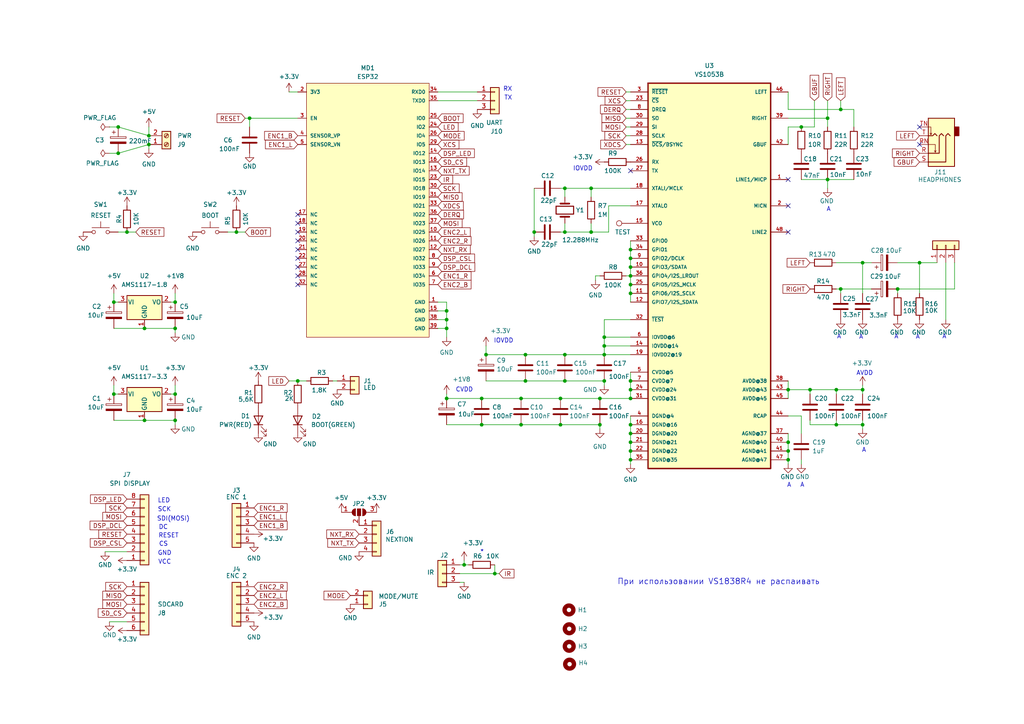
<source format=kicad_sch>
(kicad_sch (version 20231120) (generator "eeschema") (generator_version "8.0")
  (paper "A4")
  (title_block (title "WIFI ESP32-WROVER IE RADIO") (date "2024-05-09") (rev "2.6") (company "Vladislav Ledenev"))
  (junction (at 140.97 102.87))
  (junction (at 129.54 90.17))
  (junction (at 182.88 133.35))
  (junction (at 171.45 54.61))
  (junction (at 43.18 41.91))
  (junction (at 182.88 85.09))
  (junction (at 50.8 121.92))
  (junction (at 163.83 54.61))
  (junction (at 250.19 113.03))
  (junction (at 34.29 36.83))
  (junction (at 182.88 72.39))
  (junction (at 154.94 67.31))
  (junction (at 182.88 128.27))
  (junction (at 68.58 67.31))
  (junction (at 234.95 113.03))
  (junction (at 243.84 83.82))
  (junction (at 129.54 115.57))
  (junction (at 36.83 67.31))
  (junction (at 250.19 76.2))
  (junction (at 86.36 110.49))
  (junction (at 50.8 114.3))
  (junction (at 41.91 121.92))
  (junction (at 151.13 123.19))
  (junction (at 182.88 115.57))
  (junction (at 139.7 123.19))
  (junction (at 250.19 123.19))
  (junction (at 182.88 125.73))
  (junction (at 163.83 110.49))
  (junction (at 240.03 34.29))
  (junction (at 139.7 115.57))
  (junction (at 182.88 123.19))
  (junction (at 228.6 133.35))
  (junction (at 129.54 92.71))
  (junction (at 162.56 115.57))
  (junction (at 129.54 95.25))
  (junction (at 171.45 67.31))
  (junction (at 134.62 163.83))
  (junction (at 260.35 83.82))
  (junction (at 266.7 76.2))
  (junction (at 182.88 82.55))
  (junction (at 228.6 113.03))
  (junction (at 182.88 113.03))
  (junction (at 243.84 31.75))
  (junction (at 143.51 166.37))
  (junction (at 182.88 74.93))
  (junction (at 182.88 110.49))
  (junction (at 33.02 114.3))
  (junction (at 242.57 123.19))
  (junction (at 175.26 102.87))
  (junction (at 43.18 39.37))
  (junction (at 242.57 113.03))
  (junction (at 182.88 80.01))
  (junction (at 175.26 97.79))
  (junction (at 163.83 102.87))
  (junction (at 228.6 130.81))
  (junction (at 228.6 128.27))
  (junction (at 41.91 95.25))
  (junction (at 175.26 110.49))
  (junction (at 232.41 36.83))
  (junction (at 162.56 123.19))
  (junction (at 163.83 67.31))
  (junction (at 50.8 87.63))
  (junction (at 173.99 123.19))
  (junction (at 72.39 34.29))
  (junction (at 152.4 110.49))
  (junction (at 151.13 115.57))
  (junction (at 34.29 44.45))
  (junction (at 182.88 130.81))
  (junction (at 182.88 77.47))
  (junction (at 175.26 100.33))
  (junction (at 152.4 102.87))
  (junction (at 173.99 115.57))
  (junction (at 33.02 87.63))
  (junction (at 240.03 52.07))
  (junction (at 50.8 95.25))
  (no_connect (at 86.36 67.31))
  (no_connect (at 266.7 41.91))
  (no_connect (at 86.36 64.77))
  (no_connect (at 182.88 49.53))
  (no_connect (at 266.7 36.83))
  (no_connect (at 86.36 62.23))
  (no_connect (at 86.36 82.55))
  (no_connect (at 86.36 72.39))
  (no_connect (at 86.36 74.93))
  (no_connect (at 86.36 77.47))
  (no_connect (at 86.36 80.01))
  (no_connect (at 86.36 69.85))
  (no_connect (at 228.6 52.07))
  (no_connect (at 228.6 59.69))
  (no_connect (at 228.6 67.31))
  (wire (pts (xy 133.35 168.91) (xy 134.62 168.91)))
  (wire (pts (xy 127 26.67) (xy 138.43 26.67)))
  (wire (pts (xy 152.4 110.49) (xy 163.83 110.49)))
  (wire (pts (xy 140.97 102.87) (xy 152.4 102.87)))
  (wire (pts (xy 228.6 31.75) (xy 228.6 26.67)))
  (wire (pts (xy 182.88 110.49) (xy 182.88 113.03)))
  (wire (pts (xy 129.54 92.71) (xy 127 92.71)))
  (wire (pts (xy 162.56 115.57) (xy 173.99 115.57)))
  (wire (pts (xy 182.88 125.73) (xy 182.88 128.27)))
  (wire (pts (xy 66.04 67.31) (xy 68.58 67.31)))
  (wire (pts (xy 43.18 36.83) (xy 43.18 39.37)))
  (wire (pts (xy 181.61 26.67) (xy 182.88 26.67)))
  (wire (pts (xy 228.6 41.91) (xy 228.6 36.83)))
  (wire (pts (xy 96.52 110.49) (xy 97.79 110.49)))
  (wire (pts (xy 154.94 54.61) (xy 154.94 67.31)))
  (wire (pts (xy 182.88 123.19) (xy 182.88 125.73)))
  (wire (pts (xy 36.83 180.34) (xy 31.75 180.34)))
  (wire (pts (xy 181.61 31.75) (xy 182.88 31.75)))
  (wire (pts (xy 49.53 87.63) (xy 50.8 87.63)))
  (wire (pts (xy 140.97 100.33) (xy 140.97 102.87)))
  (wire (pts (xy 129.54 115.57) (xy 139.7 115.57)))
  (wire (pts (xy 228.6 113.03) (xy 234.95 113.03)))
  (wire (pts (xy 182.88 120.65) (xy 182.88 123.19)))
  (wire (pts (xy 181.61 39.37) (xy 182.88 39.37)))
  (wire (pts (xy 173.99 123.19) (xy 173.99 124.46)))
  (wire (pts (xy 182.88 82.55) (xy 182.88 80.01)))
  (wire (pts (xy 228.6 115.57) (xy 228.6 113.03)))
  (wire (pts (xy 175.26 97.79) (xy 182.88 97.79)))
  (wire (pts (xy 181.61 29.21) (xy 182.88 29.21)))
  (wire (pts (xy 181.61 34.29) (xy 182.88 34.29)))
  (wire (pts (xy 242.57 121.92) (xy 242.57 123.19)))
  (wire (pts (xy 250.19 113.03) (xy 250.19 114.3)))
  (wire (pts (xy 140.97 110.49) (xy 152.4 110.49)))
  (wire (pts (xy 182.88 87.63) (xy 182.88 85.09)))
  (wire (pts (xy 243.84 31.75) (xy 247.65 31.75)))
  (wire (pts (xy 139.7 123.19) (xy 151.13 123.19)))
  (wire (pts (xy 175.26 100.33) (xy 182.88 100.33)))
  (wire (pts (xy 228.6 113.03) (xy 228.6 110.49)))
  (wire (pts (xy 86.36 110.49) (xy 88.9 110.49)))
  (wire (pts (xy 50.8 121.92) (xy 50.8 123.19)))
  (wire (pts (xy 250.19 123.19) (xy 250.19 124.46)))
  (wire (pts (xy 129.54 114.3) (xy 129.54 115.57)))
  (wire (pts (xy 173.99 115.57) (xy 182.88 115.57)))
  (wire (pts (xy 240.03 52.07) (xy 240.03 54.61)))
  (wire (pts (xy 234.95 113.03) (xy 242.57 113.03)))
  (wire (pts (xy 228.6 130.81) (xy 228.6 133.35)))
  (wire (pts (xy 182.88 74.93) (xy 182.88 72.39)))
  (wire (pts (xy 250.19 76.2) (xy 252.73 76.2)))
  (wire (pts (xy 175.26 92.71) (xy 182.88 92.71)))
  (wire (pts (xy 274.32 92.71) (xy 274.32 76.2)))
  (wire (pts (xy 240.03 34.29) (xy 240.03 36.83)))
  (wire (pts (xy 163.83 110.49) (xy 175.26 110.49)))
  (wire (pts (xy 243.84 85.09) (xy 243.84 83.82)))
  (wire (pts (xy 181.61 80.01) (xy 182.88 80.01)))
  (wire (pts (xy 50.8 95.25) (xy 50.8 96.52)))
  (wire (pts (xy 34.29 36.83) (xy 43.18 39.37)))
  (wire (pts (xy 129.54 95.25) (xy 129.54 97.79)))
  (wire (pts (xy 232.41 133.35) (xy 232.41 134.62)))
  (wire (pts (xy 242.57 113.03) (xy 242.57 114.3)))
  (wire (pts (xy 151.13 123.19) (xy 162.56 123.19)))
  (wire (pts (xy 152.4 102.87) (xy 163.83 102.87)))
  (wire (pts (xy 31.75 36.83) (xy 34.29 36.83)))
  (wire (pts (xy 83.82 26.67) (xy 86.36 26.67)))
  (wire (pts (xy 41.91 121.92) (xy 50.8 121.92)))
  (wire (pts (xy 34.29 44.45) (xy 43.18 41.91)))
  (wire (pts (xy 252.73 83.82) (xy 243.84 83.82)))
  (wire (pts (xy 175.26 97.79) (xy 175.26 92.71)))
  (wire (pts (xy 31.75 44.45) (xy 34.29 44.45)))
  (wire (pts (xy 129.54 90.17) (xy 129.54 92.71)))
  (wire (pts (xy 176.53 59.69) (xy 182.88 59.69)))
  (wire (pts (xy 163.83 67.31) (xy 171.45 67.31)))
  (wire (pts (xy 182.88 77.47) (xy 182.88 74.93)))
  (wire (pts (xy 33.02 111.76) (xy 33.02 114.3)))
  (wire (pts (xy 236.22 29.21) (xy 236.22 36.83)))
  (wire (pts (xy 182.88 133.35) (xy 182.88 134.62)))
  (wire (pts (xy 182.88 69.85) (xy 182.88 72.39)))
  (wire (pts (xy 175.26 110.49) (xy 175.26 111.76)))
  (wire (pts (xy 276.86 76.2) (xy 276.86 83.82)))
  (wire (pts (xy 182.88 130.81) (xy 182.88 133.35)))
  (wire (pts (xy 234.95 121.92) (xy 234.95 123.19)))
  (wire (pts (xy 260.35 76.2) (xy 266.7 76.2)))
  (wire (pts (xy 162.56 123.19) (xy 173.99 123.19)))
  (wire (pts (xy 151.13 115.57) (xy 162.56 115.57)))
  (wire (pts (xy 242.57 113.03) (xy 250.19 113.03)))
  (wire (pts (xy 143.51 163.83) (xy 143.51 166.37)))
  (wire (pts (xy 228.6 34.29) (xy 240.03 34.29)))
  (wire (pts (xy 243.84 29.21) (xy 243.84 31.75)))
  (wire (pts (xy 234.95 113.03) (xy 234.95 114.3)))
  (wire (pts (xy 228.6 133.35) (xy 228.6 134.62)))
  (wire (pts (xy 127 90.17) (xy 129.54 90.17)))
  (wire (pts (xy 171.45 54.61) (xy 163.83 54.61)))
  (wire (pts (xy 175.26 102.87) (xy 182.88 102.87)))
  (wire (pts (xy 129.54 123.19) (xy 139.7 123.19)))
  (wire (pts (xy 127 87.63) (xy 129.54 87.63)))
  (wire (pts (xy 228.6 125.73) (xy 228.6 128.27)))
  (wire (pts (xy 33.02 95.25) (xy 41.91 95.25)))
  (wire (pts (xy 181.61 36.83) (xy 182.88 36.83)))
  (wire (pts (xy 41.91 95.25) (xy 50.8 95.25)))
  (wire (pts (xy 72.39 34.29) (xy 86.36 34.29)))
  (wire (pts (xy 228.6 31.75) (xy 243.84 31.75)))
  (wire (pts (xy 182.88 128.27) (xy 182.88 130.81)))
  (wire (pts (xy 129.54 95.25) (xy 127 95.25)))
  (wire (pts (xy 34.29 87.63) (xy 33.02 87.63)))
  (wire (pts (xy 171.45 54.61) (xy 171.45 57.15)))
  (wire (pts (xy 232.41 52.07) (xy 240.03 52.07)))
  (wire (pts (xy 250.19 111.76) (xy 250.19 113.03)))
  (wire (pts (xy 182.88 110.49) (xy 182.88 107.95)))
  (wire (pts (xy 163.83 54.61) (xy 162.56 54.61)))
  (wire (pts (xy 50.8 111.76) (xy 50.8 114.3)))
  (wire (pts (xy 242.57 83.82) (xy 243.84 83.82)))
  (wire (pts (xy 182.88 113.03) (xy 182.88 115.57)))
  (wire (pts (xy 172.72 80.01) (xy 173.99 80.01)))
  (wire (pts (xy 133.35 163.83) (xy 134.62 163.83)))
  (wire (pts (xy 49.53 114.3) (xy 50.8 114.3)))
  (wire (pts (xy 33.02 85.09) (xy 33.02 87.63)))
  (wire (pts (xy 260.35 85.09) (xy 260.35 83.82)))
  (wire (pts (xy 129.54 87.63) (xy 129.54 90.17)))
  (wire (pts (xy 72.39 36.83) (xy 72.39 34.29)))
  (wire (pts (xy 242.57 123.19) (xy 250.19 123.19)))
  (wire (pts (xy 34.29 114.3) (xy 33.02 114.3)))
  (wire (pts (xy 172.72 80.01) (xy 172.72 81.28)))
  (wire (pts (xy 171.45 67.31) (xy 176.53 67.31)))
  (wire (pts (xy 250.19 76.2) (xy 250.19 85.09)))
  (wire (pts (xy 232.41 120.65) (xy 232.41 125.73)))
  (wire (pts (xy 182.88 85.09) (xy 182.88 82.55)))
  (wire (pts (xy 162.56 67.31) (xy 163.83 67.31)))
  (wire (pts (xy 240.03 29.21) (xy 240.03 34.29)))
  (wire (pts (xy 234.95 123.19) (xy 242.57 123.19)))
  (wire (pts (xy 43.18 41.91) (xy 43.18 43.18)))
  (wire (pts (xy 163.83 64.77) (xy 163.83 67.31)))
  (wire (pts (xy 240.03 52.07) (xy 247.65 52.07)))
  (wire (pts (xy 129.54 92.71) (xy 129.54 95.25)))
  (wire (pts (xy 181.61 41.91) (xy 182.88 41.91)))
  (wire (pts (xy 135.89 163.83) (xy 134.62 163.83)))
  (wire (pts (xy 133.35 166.37) (xy 143.51 166.37)))
  (wire (pts (xy 39.37 67.31) (xy 36.83 67.31)))
  (wire (pts (xy 144.78 166.37) (xy 143.51 166.37)))
  (wire (pts (xy 36.83 160.02) (xy 30.48 160.02)))
  (wire (pts (xy 228.6 36.83) (xy 232.41 36.83)))
  (wire (pts (xy 163.83 102.87) (xy 175.26 102.87)))
  (wire (pts (xy 266.7 76.2) (xy 266.7 85.09)))
  (wire (pts (xy 71.12 67.31) (xy 68.58 67.31)))
  (wire (pts (xy 83.82 110.49) (xy 86.36 110.49)))
  (wire (pts (xy 250.19 121.92) (xy 250.19 123.19)))
  (wire (pts (xy 127 29.21) (xy 138.43 29.21)))
  (wire (pts (xy 242.57 76.2) (xy 250.19 76.2)))
  (wire (pts (xy 228.6 128.27) (xy 228.6 130.81)))
  (wire (pts (xy 163.83 54.61) (xy 163.83 57.15)))
  (wire (pts (xy 260.35 83.82) (xy 276.86 83.82)))
  (wire (pts (xy 182.88 80.01) (xy 182.88 77.47)))
  (wire (pts (xy 247.65 31.75) (xy 247.65 36.83)))
  (wire (pts (xy 139.7 115.57) (xy 151.13 115.57)))
  (wire (pts (xy 176.53 67.31) (xy 176.53 59.69)))
  (wire (pts (xy 171.45 64.77) (xy 171.45 67.31)))
  (wire (pts (xy 175.26 100.33) (xy 175.26 97.79)))
  (wire (pts (xy 36.83 67.31) (xy 34.29 67.31)))
  (wire (pts (xy 33.02 121.92) (xy 41.91 121.92)))
  (wire (pts (xy 154.94 67.31) (xy 154.94 68.58)))
  (wire (pts (xy 236.22 36.83) (xy 232.41 36.83)))
  (wire (pts (xy 266.7 76.2) (xy 271.78 76.2)))
  (wire (pts (xy 171.45 54.61) (xy 182.88 54.61)))
  (wire (pts (xy 134.62 162.56) (xy 134.62 163.83)))
  (wire (pts (xy 50.8 85.09) (xy 50.8 87.63)))
  (wire (pts (xy 175.26 102.87) (xy 175.26 100.33)))
  (wire (pts (xy 228.6 120.65) (xy 232.41 120.65)))
  (wire (pts (xy 71.12 34.29) (xy 72.39 34.29)))
  (text_box "При использовании VS1838R4 не распаивать" (at 177.8 166.37 0) (size 101.6 12.7) (stroke (width -0.0001)) (effects (font (size 1.651 1.651)) (justify left top)))
  (text "A" (at 259.334 98.4758 0) (effects (font (size 1.27 1.27)) (justify left bottom)))
  (text "GND" (at 45.72 161.2646 0) (effects (font (size 1.27 1.27)) (justify left bottom)))
  (text "AVDD" (at 248.3358 109.0676 0) (effects (font (size 1.27 1.27)) (justify left bottom)))
  (text "DC" (at 45.9994 153.7462 0) (effects (font (size 1.27 1.27)) (justify left bottom)))
  (text "A" (at 232.0544 141.5034 0) (effects (font (size 1.27 1.27)) (justify left bottom)))
  (text "SDI(MOSI)" (at 45.4914 151.3078 0) (effects (font (size 1.27 1.27)) (justify left bottom)))
  (text "A" (at 239.6998 61.5188 0) (effects (font (size 1.27 1.27)) (justify left bottom)))
  (text "A" (at 242.7224 98.4758 0) (effects (font (size 1.27 1.27)) (justify left bottom)))
  (text "*" (at 139.2428 160.9344 0) (effects (font (size 1.27 1.27)) (justify left bottom)))
  (text "A" (at 249.9614 131.3942 0) (effects (font (size 1.27 1.27)) (justify left bottom)))
  (text "RESET" (at 45.9232 156.1846 0) (effects (font (size 1.27 1.27)) (justify left bottom)))
  (text "A" (at 228.2444 141.5288 0) (effects (font (size 1.27 1.27)) (justify left bottom)))
  (text "TX" (at 148.59 29.21 0) (effects (font (size 1.27 1.27)) (justify right bottom)))
  (text "LED" (at 45.72 146.0246 0) (effects (font (size 1.27 1.27)) (justify left bottom)))
  (text "SCK" (at 45.72 148.59 0) (effects (font (size 1.27 1.27)) (justify left bottom)))
  (text "IOVDD" (at 143.1798 99.6696 0) (effects (font (size 1.27 1.27)) (justify left bottom)))
  (text "A" (at 265.557 98.552 0) (effects (font (size 1.27 1.27)) (justify left bottom)))
  (text "A" (at 249.1232 98.5774 0) (effects (font (size 1.27 1.27)) (justify left bottom)))
  (text "CVDD" (at 132.1308 113.8682 0) (effects (font (size 1.27 1.27)) (justify left bottom)))
  (text "A" (at 273.2532 98.4504 0) (effects (font (size 1.27 1.27)) (justify left bottom)))
  (text "CS" (at 46.0756 158.623 0) (effects (font (size 1.27 1.27)) (justify left bottom)))
  (text "RX\n" (at 148.59 26.67 0) (effects (font (size 1.27 1.27)) (justify right bottom)))
  (text "VCC" (at 45.847 163.83 0) (effects (font (size 1.27 1.27)) (justify left bottom)))
  (text "IOVDD" (at 166.1668 49.7332 0) (effects (font (size 1.27 1.27)) (justify left bottom)))
  (global_label "RESET" (shape input) (at 36.83 154.94 180) (property "Intersheetrefs" "${INTERSHEET_REFS}" (effects (hide yes))))
  (global_label "BOOT" (shape input) (at 127 34.29 0) (property "Intersheetrefs" "${INTERSHEET_REFS}" (effects (hide yes))))
  (global_label "BOOT" (shape input) (at 71.12 67.31 0) (property "Intersheetrefs" "${INTERSHEET_REFS}" (effects (hide yes))))
  (global_label "DSP_CSL" (shape input) (at 36.83 157.48 180) (property "Intersheetrefs" "${INTERSHEET_REFS}" (effects (hide yes))))
  (global_label "SCK" (shape input) (at 127 54.61 0) (property "Intersheetrefs" "${INTERSHEET_REFS}" (effects (hide yes))))
  (global_label "RIGHT" (shape input) (at 234.95 83.82 180) (property "Intersheetrefs" "${INTERSHEET_REFS}" (effects (hide yes))))
  (global_label "SD_CS" (shape input) (at 36.83 177.8 180) (property "Intersheetrefs" "${INTERSHEET_REFS}" (effects (hide yes))))
  (global_label "SD_CS" (shape input) (at 127 46.99 0) (property "Intersheetrefs" "${INTERSHEET_REFS}" (effects (hide yes))))
  (global_label "RESET" (shape input) (at 181.61 26.67 180) (property "Intersheetrefs" "${INTERSHEET_REFS}" (effects (hide yes))))
  (global_label "DERQ" (shape input) (at 127 62.23 0) (property "Intersheetrefs" "${INTERSHEET_REFS}" (effects (hide yes))))
  (global_label "MISO" (shape input) (at 36.83 172.72 180) (property "Intersheetrefs" "${INTERSHEET_REFS}" (effects (hide yes))))
  (global_label "ENC2_R" (shape input) (at 127 69.85 0) (property "Intersheetrefs" "${INTERSHEET_REFS}" (effects (hide yes))))
  (global_label "DERQ" (shape input) (at 181.61 31.75 180) (property "Intersheetrefs" "${INTERSHEET_REFS}" (effects (hide yes))))
  (global_label "LED" (shape input) (at 127 36.83 0) (property "Intersheetrefs" "${INTERSHEET_REFS}" (effects (hide yes))))
  (global_label "DSP_LED" (shape input) (at 36.83 144.78 180) (property "Intersheetrefs" "${INTERSHEET_REFS}" (effects (hide yes))))
  (global_label "DSP_LED" (shape input) (at 127 44.45 0) (property "Intersheetrefs" "${INTERSHEET_REFS}" (effects (hide yes))))
  (global_label "ENC1_R" (shape input) (at 127 80.01 0) (property "Intersheetrefs" "${INTERSHEET_REFS}" (effects (hide yes))))
  (global_label "ENC2_L" (shape input) (at 127 67.31 0) (property "Intersheetrefs" "${INTERSHEET_REFS}" (effects (hide yes))))
  (global_label "ENC1_L" (shape input) (at 73.66 149.86 0) (property "Intersheetrefs" "${INTERSHEET_REFS}" (effects (hide yes))))
  (global_label "NXT_RX" (shape input) (at 127 72.39 0) (property "Intersheetrefs" "${INTERSHEET_REFS}" (effects (hide yes))))
  (global_label "DSP_CSL" (shape input) (at 127 74.93 0) (property "Intersheetrefs" "${INTERSHEET_REFS}" (effects (hide yes))))
  (global_label "ENC2_L" (shape input) (at 73.66 172.72 0) (property "Intersheetrefs" "${INTERSHEET_REFS}" (effects (hide yes))))
  (global_label "MODE" (shape input) (at 101.6 172.72 180) (property "Intersheetrefs" "${INTERSHEET_REFS}" (effects (hide yes))))
  (global_label "DSP_DCL" (shape input) (at 36.83 152.4 180) (property "Intersheetrefs" "${INTERSHEET_REFS}" (effects (hide yes))))
  (global_label "RIGHT" (shape input) (at 266.7 44.45 180) (property "Intersheetrefs" "${INTERSHEET_REFS}" (effects (hide yes))))
  (global_label "NXT_RX" (shape input) (at 104.14 154.94 180) (property "Intersheetrefs" "${INTERSHEET_REFS}" (effects (hide yes))))
  (global_label "LEFT" (shape input) (at 243.84 29.21 90) (property "Intersheetrefs" "${INTERSHEET_REFS}" (effects (hide yes))))
  (global_label "MODE" (shape input) (at 127 39.37 0) (property "Intersheetrefs" "${INTERSHEET_REFS}" (effects (hide yes))))
  (global_label "RESET" (shape input) (at 71.12 34.29 180) (property "Intersheetrefs" "${INTERSHEET_REFS}" (effects (hide yes))))
  (global_label "NXT_TX" (shape input) (at 127 49.53 0) (property "Intersheetrefs" "${INTERSHEET_REFS}" (effects (hide yes))))
  (global_label "IR" (shape input) (at 127 52.07 0) (property "Intersheetrefs" "${INTERSHEET_REFS}" (effects (hide yes))))
  (global_label "RIGHT" (shape input) (at 240.03 29.21 90) (property "Intersheetrefs" "${INTERSHEET_REFS}" (effects (hide yes))))
  (global_label "SCK" (shape input) (at 36.83 170.18 180) (property "Intersheetrefs" "${INTERSHEET_REFS}" (effects (hide yes))))
  (global_label "MISO" (shape input) (at 127 57.15 0) (property "Intersheetrefs" "${INTERSHEET_REFS}" (effects (hide yes))))
  (global_label "MISO" (shape input) (at 181.61 34.29 180) (property "Intersheetrefs" "${INTERSHEET_REFS}" (effects (hide yes))))
  (global_label "MOSI" (shape input) (at 36.83 175.26 180) (property "Intersheetrefs" "${INTERSHEET_REFS}" (effects (hide yes))))
  (global_label "XCS" (shape input) (at 181.61 29.21 180) (property "Intersheetrefs" "${INTERSHEET_REFS}" (effects (hide yes))))
  (global_label "ENC2_R" (shape input) (at 73.66 170.18 0) (property "Intersheetrefs" "${INTERSHEET_REFS}" (effects (hide yes))))
  (global_label "DSP_DCL" (shape input) (at 127 77.47 0) (property "Intersheetrefs" "${INTERSHEET_REFS}" (effects (hide yes))))
  (global_label "ENC1_L" (shape input) (at 86.36 41.91 180) (property "Intersheetrefs" "${INTERSHEET_REFS}" (effects (hide yes))))
  (global_label "GBUF" (shape input) (at 236.22 29.21 90) (property "Intersheetrefs" "${INTERSHEET_REFS}" (effects (hide yes))))
  (global_label "ENC2_B" (shape input) (at 127 82.55 0) (property "Intersheetrefs" "${INTERSHEET_REFS}" (effects (hide yes))))
  (global_label "LEFT" (shape input) (at 266.7 39.37 180) (property "Intersheetrefs" "${INTERSHEET_REFS}" (effects (hide yes))))
  (global_label "SCK" (shape input) (at 181.61 39.37 180) (property "Intersheetrefs" "${INTERSHEET_REFS}" (effects (hide yes))))
  (global_label "ENC1_R" (shape input) (at 73.66 147.32 0) (property "Intersheetrefs" "${INTERSHEET_REFS}" (effects (hide yes))))
  (global_label "GBUF" (shape input) (at 266.7 46.99 180) (property "Intersheetrefs" "${INTERSHEET_REFS}" (effects (hide yes))))
  (global_label "MOSI" (shape input) (at 127 64.77 0) (property "Intersheetrefs" "${INTERSHEET_REFS}" (effects (hide yes))))
  (global_label "NXT_TX" (shape input) (at 104.14 157.48 180) (property "Intersheetrefs" "${INTERSHEET_REFS}" (effects (hide yes))))
  (global_label "IR" (shape input) (at 144.78 166.37 0) (property "Intersheetrefs" "${INTERSHEET_REFS}" (effects (hide yes))))
  (global_label "LEFT" (shape input) (at 234.95 76.2 180) (property "Intersheetrefs" "${INTERSHEET_REFS}" (effects (hide yes))))
  (global_label "ENC1_B" (shape input) (at 73.66 152.4 0) (property "Intersheetrefs" "${INTERSHEET_REFS}" (effects (hide yes))))
  (global_label "XDCS" (shape input) (at 181.61 41.91 180) (property "Intersheetrefs" "${INTERSHEET_REFS}" (effects (hide yes))))
  (global_label "XCS" (shape input) (at 127 41.91 0) (property "Intersheetrefs" "${INTERSHEET_REFS}" (effects (hide yes))))
  (global_label "LED" (shape input) (at 83.82 110.49 180) (property "Intersheetrefs" "${INTERSHEET_REFS}" (effects (hide yes))))
  (global_label "MOSI" (shape input) (at 36.83 149.86 180) (property "Intersheetrefs" "${INTERSHEET_REFS}" (effects (hide yes))))
  (global_label "ENC2_B" (shape input) (at 73.66 175.26 0) (property "Intersheetrefs" "${INTERSHEET_REFS}" (effects (hide yes))))
  (global_label "MOSI" (shape input) (at 181.61 36.83 180) (property "Intersheetrefs" "${INTERSHEET_REFS}" (effects (hide yes))))
  (global_label "SCK" (shape input) (at 36.83 147.32 180) (property "Intersheetrefs" "${INTERSHEET_REFS}" (effects (hide yes))))
  (global_label "RESET" (shape input) (at 39.37 67.31 0) (property "Intersheetrefs" "${INTERSHEET_REFS}" (effects (hide yes))))
  (global_label "XDCS" (shape input) (at 127 59.69 0) (property "Intersheetrefs" "${INTERSHEET_REFS}" (effects (hide yes))))
  (global_label "ENC1_B" (shape input) (at 86.36 39.37 180) (property "Intersheetrefs" "${INTERSHEET_REFS}" (effects (hide yes))))
  (symbol (lib_id "Device:C") (at 250.19 118.11 0) (unit 1)
    (property "Reference" "C24" (at 251.46 115.57 0) (effects (justify left)))
    (property "Value" "100nF" (at 251.46 120.65 0) (effects (justify left)))
    (property "Footprint" "Capacitor_SMD:C_0805_2012Metric" (effects (hide yes)))
    (property "LCSC" "C49678" (effects (hide yes)))
  )
  (symbol (lib_id "Device:C_Polarized") (at 50.8 91.44 0) (unit 1)
    (property "Reference" "C5" (at 52.07 88.9 0) (effects (justify left)))
    (property "Value" "10uF" (at 53.975 92.075 0) (effects (justify left)))
    (property "Footprint" "Capacitor_Tantalum_SMD:CP_EIA-3216-10_Kemet-I" (effects (hide yes)))
    (property "LCSC" "C7171" (effects (hide yes)))
  )
  (symbol (lib_id "Device:C") (at 162.56 119.38 0) (unit 1)
    (property "Reference" "C14" (at 165.1 118.11 0) (effects (justify left)))
    (property "Value" "100nF" (at 165.1 120.65 0) (effects (justify left)))
    (property "Footprint" "Capacitor_SMD:C_0805_2012Metric" (effects (hide yes)))
    (property "LCSC" "C49678" (effects (hide yes)))
  )
  (symbol (lib_id "Connector_Generic:Conn_01x03") (at 143.51 29.21 0) (unit 1) (in_bom no)
    (property "Reference" "J10" (at 142.24 38.1 0) (effects (justify left)))
    (property "Value" "UART" (at 140.97 35.56 0) (effects (justify left)))
    (property "Footprint" "Connector_PinHeader_2.54mm:PinHeader_1x03_P2.54mm_Horizontal" (effects (hide yes)))
  )
  (symbol (lib_id "Connector_Generic:Conn_01x02") (at 106.68 175.26 0) (mirror x) (unit 1) (in_bom no)
    (property "Reference" "J5" (at 109.855 175.26 0) (effects (justify left)))
    (property "Value" "MODE/MUTE" (at 109.8042 172.974 0) (effects (justify left)))
    (property "Footprint" "Connector_JST:JST_XH_B2B-XH-A_1x02_P2.50mm_Vertical" (effects (hide yes)))
  )
  (symbol (lib_id "Device:C_Polarized") (at 256.54 83.82 90) (unit 1)
    (property "Reference" "C29" (at 254.2794 80.1624 90))
    (property "Value" "10uF" (at 258.9784 80.1878 90))
    (property "Footprint" "Capacitor_Tantalum_SMD:CP_EIA-3216-10_Kemet-I" (effects (hide yes)))
  )
  (symbol (lib_id "VS1053B:VS1053B") (at 205.74 80.01 0) (unit 1)
    (property "Reference" "U3" (at 205.74 19.05 0))
    (property "Value" "VS1053B" (at 205.74 21.59 0))
    (property "Footprint" "Package_QFP:LQFP-48_7x7mm_P0.5mm" (effects (hide yes)))
    (property "LCSC" "C9922" (effects (hide yes)))
  )
  (symbol (lib_id "Device:R") (at 177.8 80.01 90) (unit 1)
    (property "Reference" "R8" (at 177.8 77.47 90))
    (property "Value" "100K" (at 177.8 82.677 90))
    (property "Footprint" "Resistor_SMD:R_0805_2012Metric" (effects (hide yes)))
    (property "LCSC" "C149504" (effects (hide yes)))
  )
  (symbol (lib_id "power:+5V") (at 99.06 148.59 0) (unit 1)
    (property "Reference" "#PWR016" (effects (hide yes)))
    (property "Value" "+5V" (at 98.9584 144.3736 0))
  )
  (symbol (lib_id "Connector_Generic:Conn_01x05") (at 68.58 175.26 0) (mirror y) (unit 1) (in_bom no)
    (property "Reference" "J4" (at 68.58 165.1 0))
    (property "Value" "ENC 2" (at 68.58 167.005 0))
    (property "Footprint" "Connector_JST:JST_XH_B5B-XH-A_1x05_P2.50mm_Vertical" (effects (hide yes)))
  )
  (symbol (lib_name "+3.3V_1") (lib_id "power:+3.3V") (at 175.26 46.99 90) (unit 1)
    (property "Reference" "#PWR039" (effects (hide yes)))
    (property "Value" "+3.3V" (at 166.0398 45.5168 90) (effects (justify right)))
  )
  (symbol (lib_id "Device:C") (at 232.41 129.54 0) (unit 1)
    (property "Reference" "C19" (at 235.585 128.27 0) (effects (justify left)))
    (property "Value" "1uF" (at 235.585 130.81 0) (effects (justify left)))
    (property "Footprint" "Capacitor_SMD:C_0805_2012Metric" (effects (hide yes)))
    (property "LCSC" "C28323" (effects (hide yes)))
  )
  (symbol (lib_id "Connector_Generic:Conn_01x05") (at 68.58 152.4 0) (mirror y) (unit 1) (in_bom no)
    (property "Reference" "J3" (at 68.58 142.24 0))
    (property "Value" "ENC 1" (at 68.58 144.145 0))
    (property "Footprint" "Connector_JST:JST_XH_B5B-XH-A_1x05_P2.50mm_Vertical" (effects (hide yes)))
  )
  (symbol (lib_id "Device:C") (at 158.75 67.31 270) (unit 1)
    (property "Reference" "C13" (at 158.2928 63.5762 90))
    (property "Value" "22pF" (at 159.385 70.8914 90))
    (property "Footprint" "Capacitor_SMD:C_0805_2012Metric" (effects (hide yes)))
    (property "LCSC" "C1804" (effects (hide yes)))
  )
  (symbol (lib_id "Switch:SW_Push") (at 60.96 67.31 0) (unit 1) (in_bom no)
    (property "Reference" "SW2" (at 60.96 59.309 0))
    (property "Value" "BOOT" (at 60.96 62.484 0))
    (property "Footprint" "Button_Switch_THT:SW_PUSH_6mm" (effects (hide yes)))
  )
  (symbol (lib_id "Device:C") (at 234.95 118.11 0) (unit 1)
    (property "Reference" "C20" (at 236.22 115.57 0) (effects (justify left)))
    (property "Value" "100nF" (at 236.22 120.65 0) (effects (justify left)))
    (property "Footprint" "Capacitor_SMD:C_0805_2012Metric" (effects (hide yes)))
    (property "LCSC" "C49678" (effects (hide yes)))
  )
  (symbol (lib_id "Regulator_Linear:AMS1117-3.3") (at 41.91 114.3 0) (unit 1)
    (property "Reference" "U1" (at 41.91 106.68 0))
    (property "Value" "AMS1117-3.3" (at 41.91 109.22 0))
    (property "Footprint" "Package_TO_SOT_SMD:SOT-223-3_TabPin2" (effects (hide yes)))
    (property "Datasheet" "http://www.advanced-monolithic.com/pdf/ds1117.pdf" (effects (hide yes)))
    (property "LCSC" "C6186" (effects (hide yes)))
  )
  (symbol (lib_name "GND_5") (lib_id "power:GND") (at 232.41 134.62 0) (unit 1)
    (property "Reference" "#PWR045" (effects (hide yes)))
    (property "Value" "GND" (at 232.7402 138.2776 0))
  )
  (symbol (lib_id "Connector_Generic:Conn_01x03") (at 128.27 166.37 0) (mirror y) (unit 1) (in_bom no)
    (property "Reference" "J2" (at 130.048 161.036 0) (effects (justify left)))
    (property "Value" "IR" (at 125.9586 166.0144 0) (effects (justify left)))
    (property "Footprint" "Connector_JST:JST_XH_B3B-XH-A_1x03_P2.50mm_Vertical" (effects (hide yes)))
  )
  (symbol (lib_id "Device:C_Polarized") (at 50.8 118.11 0) (unit 1)
    (property "Reference" "C4" (at 53.975 116.205 0) (effects (justify left)))
    (property "Value" "10uF" (at 53.975 118.745 0) (effects (justify left)))
    (property "Footprint" "Capacitor_Tantalum_SMD:CP_EIA-3216-10_Kemet-I" (effects (hide yes)))
    (property "LCSC" "C7171" (effects (hide yes)))
  )
  (symbol (lib_id "Device:C") (at 175.26 106.68 0) (unit 1)
    (property "Reference" "C17" (at 177.8 105.41 0) (effects (justify left)))
    (property "Value" "100nF" (at 176.53 109.22 0) (effects (justify left)))
    (property "Footprint" "Capacitor_SMD:C_0805_2012Metric" (effects (hide yes)))
    (property "LCSC" "C49678" (effects (hide yes)))
  )
  (symbol (lib_id "power:GND") (at 31.75 180.34 0) (unit 1)
    (property "Reference" "#PWR012" (effects (hide yes)))
    (property "Value" "GND" (at 31.75 184.15 0))
  )
  (symbol (lib_id "Device:C") (at 242.57 118.11 0) (unit 1)
    (property "Reference" "C22" (at 243.84 115.57 0) (effects (justify left)))
    (property "Value" "100nF" (at 243.84 120.65 0) (effects (justify left)))
    (property "Footprint" "Capacitor_SMD:C_0805_2012Metric" (effects (hide yes)))
    (property "LCSC" "C49678" (effects (hide yes)))
  )
  (symbol (lib_id "power:+3.3V") (at 73.66 154.94 270) (unit 1)
    (property "Reference" "#PWR018" (effects (hide yes)))
    (property "Value" "+3.3V" (at 76.2 156.21 90) (effects (justify left)))
  )
  (symbol (lib_id "Device:C") (at 240.03 48.26 0) (unit 1)
    (property "Reference" "C21" (at 240.538 46.101 0) (effects (justify left)))
    (property "Value" "10nF" (at 240.665 50.673 0) (effects (justify left)))
    (property "Footprint" "Capacitor_SMD:C_0805_2012Metric" (effects (hide yes)))
    (property "LCSC" "C1710" (effects (hide yes)))
  )
  (symbol (lib_name "GND_5") (lib_id "power:GND") (at 228.6 134.62 0) (unit 1)
    (property "Reference" "#PWR044" (effects (hide yes)))
    (property "Value" "GND" (at 228.3714 138.303 0))
  )
  (symbol (lib_id "Device:C") (at 151.13 119.38 0) (unit 1)
    (property "Reference" "C10" (at 153.67 118.11 0) (effects (justify left)))
    (property "Value" "100nF" (at 153.67 120.65 0) (effects (justify left)))
    (property "Footprint" "Capacitor_SMD:C_0805_2012Metric" (effects (hide yes)))
    (property "LCSC" "C49678" (effects (hide yes)))
  )
  (symbol (lib_id "Mechanical:MountingHole") (at 165.2016 192.6336 0) (unit 1) (in_bom no)
    (property "Reference" "H4" (at 167.767 192.278 0) (effects (justify left)))
    (property "Value" "MountingHole" (effects (hide yes)))
    (property "Footprint" "MountingHole:MountingHole_2.7mm_M2.5_Pad_Via" (effects (hide yes)))
  )
  (symbol (lib_name "GND_4") (lib_id "power:GND") (at 72.39 44.45 0) (unit 1)
    (property "Reference" "#PWR030" (effects (hide yes)))
    (property "Value" "GND" (at 72.39 48.26 0))
  )
  (symbol (lib_name "+3.3V_4") (lib_id "power:+3.3V") (at 36.83 59.69 0) (unit 1)
    (property "Reference" "#PWR06" (effects (hide yes)))
    (property "Value" "+3.3V" (at 36.83 55.88 0))
  )
  (symbol (lib_id "Device:R") (at 247.65 40.64 0) (unit 1)
    (property "Reference" "R12" (at 249.555 39.37 0) (effects (justify left)))
    (property "Value" "22R" (at 249.555 41.91 0) (effects (justify left)))
    (property "Footprint" "Resistor_SMD:R_0805_2012Metric" (effects (hide yes)))
    (property "LCSC" "C17544" (effects (hide yes)))
  )
  (symbol (lib_id "power:+3.3V") (at 74.93 110.49 0) (unit 1)
    (property "Reference" "#PWR01" (effects (hide yes)))
    (property "Value" "+3.3V" (at 74.93 106.68 0))
  )
  (symbol (lib_id "power:GND") (at 73.66 180.34 0) (unit 1)
    (property "Reference" "#PWR021" (effects (hide yes)))
    (property "Value" "GND" (at 73.66 184.785 0))
  )
  (symbol (lib_id "power:PWR_FLAG") (at 31.75 36.83 90) (unit 1)
    (property "Reference" "#FLG01" (effects (hide yes)))
    (property "Value" "PWR_FLAG" (at 33.782 34.163 90) (effects (justify left)))
  )
  (symbol (lib_id "Device:C_Polarized") (at 34.29 40.64 0) (unit 1)
    (property "Reference" "C3" (at 27.559 40.64 0) (effects (justify left)))
    (property "Value" "220mF" (at 37.338 40.894 0) (effects (justify left)))
    (property "Footprint" "Capacitor_SMD:CP_Elec_8x6.5" (effects (hide yes)))
    (property "LCSC" "C249498" (effects (hide yes)))
  )
  (symbol (lib_id "Device:C") (at 250.19 88.9 180) (unit 1)
    (property "Reference" "C27" (at 250.952 86.741 0) (effects (justify right)))
    (property "Value" "3.3nF" (at 252.095 91.44 0) (effects (justify right)))
    (property "Footprint" "Capacitor_SMD:C_0805_2012Metric" (effects (hide yes)))
    (property "LCSC" "C1738" (effects (hide yes)))
  )
  (symbol (lib_id "power:GND") (at 74.93 125.73 0) (unit 1)
    (property "Reference" "#PWR02" (effects (hide yes)))
    (property "Value" "GND" (at 78.359 128.778 0))
  )
  (symbol (lib_id "Device:R") (at 260.35 88.9 0) (unit 1)
    (property "Reference" "R15" (at 261.9756 88.138 0) (effects (justify left)))
    (property "Value" "10K" (at 261.8486 90.17 0) (effects (justify left)))
    (property "Footprint" "Resistor_SMD:R_0805_2012Metric" (effects (hide yes)))
    (property "LCSC" "C17414" (effects (hide yes)))
  )
  (symbol (lib_id "power:GND") (at 97.79 113.03 0) (unit 1)
    (property "Reference" "#PWR08" (effects (hide yes)))
    (property "Value" "GND" (at 97.79 116.967 0))
  )
  (symbol (lib_id "power:PWR_FLAG") (at 31.75 44.45 90) (unit 1)
    (property "Reference" "#FLG02" (effects (hide yes)))
    (property "Value" "PWR_FLAG" (at 34.544 47.371 90) (effects (justify left)))
  )
  (symbol (lib_id "Switch:SW_Push") (at 29.21 67.31 0) (unit 1) (in_bom no)
    (property "Reference" "SW1" (at 29.21 59.309 0))
    (property "Value" "RESET" (at 29.21 62.484 0))
    (property "Footprint" "Button_Switch_THT:SW_PUSH_6mm" (effects (hide yes)))
  )
  (symbol (lib_id "Device:LED") (at 86.36 121.92 90) (unit 1)
    (property "Reference" "D2" (at 90.424 120.777 90) (effects (justify right)))
    (property "Value" "BOOT(GREEN)" (at 90.17 123.19 90) (effects (justify right)))
    (property "Footprint" "LED_SMD:LED_0805_2012Metric" (effects (hide yes)))
    (property "LCSC" "C84260" (effects (hide yes)))
  )
  (symbol (lib_id "power:GND") (at 182.88 134.62 0) (unit 1)
    (property "Reference" "#PWR041" (effects (hide yes)))
    (property "Value" "GND" (at 182.88 139.065 0))
  )
  (symbol (lib_id "power:+3.3V") (at 50.8 111.76 0) (unit 1)
    (property "Reference" "#PWR026" (effects (hide yes)))
    (property "Value" "+3.3V" (at 50.8 106.68 0))
  )
  (symbol (lib_id "Connector_Audio:AudioJack3_SwitchTR") (at 271.78 44.45 180) (unit 1) (in_bom no)
    (property "Reference" "J11" (at 274.5486 49.911 0) (effects (justify left)))
    (property "Value" "HEADPHONES" (at 278.9174 52.0954 0) (effects (justify left)))
    (property "Footprint" "Connector_Audio:Jack_3.5mm_CUI_SJ1-3525N_Horizontal" (effects (hide yes)))
  )
  (symbol (lib_id "power:GND") (at 73.66 157.48 0) (unit 1)
    (property "Reference" "#PWR019" (effects (hide yes)))
    (property "Value" "GND" (at 73.66 161.925 0))
  )
  (symbol (lib_id "power:+3.3V") (at 250.19 111.76 0) (unit 1)
    (property "Reference" "#PWR048" (effects (hide yes)))
    (property "Value" "+3.3V" (at 249.9868 105.3338 0))
  )
  (symbol (lib_name "GND_2") (lib_id "power:GND") (at 30.48 160.02 0) (unit 1)
    (property "Reference" "#PWR011" (effects (hide yes)))
    (property "Value" "GND" (at 30.48 163.83 0))
  )
  (symbol (lib_id "power:+3.3V") (at 140.97 100.33 0) (unit 1)
    (property "Reference" "#PWR034" (effects (hide yes)))
    (property "Value" "+3.3V" (at 145.1356 95.9612 0))
  )
  (symbol (lib_id "Connector_Generic:Conn_01x03") (at 274.32 71.12 90) (unit 1) (in_bom no)
    (property "Reference" "J12" (effects (hide yes)))
    (property "Value" "J12" (effects (hide yes)))
    (property "Footprint" "Connector_JST:JST_XH_B3B-XH-A_1x03_P2.50mm_Vertical" (effects (hide yes)))
  )
  (symbol (lib_id "Device:C_Polarized") (at 33.02 91.44 0) (unit 1)
    (property "Reference" "C2" (at 26.67 88.9 0) (effects (justify left)))
    (property "Value" "10uF" (at 25.4 91.44 0) (effects (justify left)))
    (property "Footprint" "Capacitor_Tantalum_SMD:CP_EIA-3216-10_Kemet-I" (effects (hide yes)))
    (property "LCSC" "C7171" (effects (hide yes)))
  )
  (symbol (lib_id "Device:R") (at 68.58 63.5 0) (unit 1)
    (property "Reference" "R5" (at 66.04 64.008 90))
    (property "Value" "10K" (at 71.247 63.5 90))
    (property "Footprint" "Resistor_SMD:R_0805_2012Metric" (effects (hide yes)))
    (property "LCSC" "C17414" (effects (hide yes)))
  )
  (symbol (lib_name "+3.3V_5") (lib_id "power:+3.3V") (at 109.22 148.59 0) (unit 1)
    (property "Reference" "#PWR054" (effects (hide yes)))
    (property "Value" "+3.3V" (at 109.22 144.3736 0))
  )
  (symbol (lib_id "Device:R") (at 86.36 114.3 0) (unit 1)
    (property "Reference" "R2" (at 82.169 113.919 0) (effects (justify left)))
    (property "Value" "2K" (at 82.55 115.57 0) (effects (justify left)))
    (property "Footprint" "Resistor_SMD:R_0805_2012Metric" (effects (hide yes)))
    (property "LCSC" "C17513" (effects (hide yes)))
  )
  (symbol (lib_id "Mechanical:MountingHole") (at 165.1 187.452 0) (unit 1) (in_bom no)
    (property "Reference" "H3" (at 167.64 187.452 0) (effects (justify left)))
    (property "Value" "MountingHole" (effects (hide yes)))
    (property "Footprint" "MountingHole:MountingHole_2.7mm_M2.5_Pad_Via" (effects (hide yes)))
  )
  (symbol (lib_id "Device:R") (at 36.83 63.5 0) (unit 1)
    (property "Reference" "R4" (at 34.544 63.5 90))
    (property "Value" "10K" (at 39.497 63.5 90))
    (property "Footprint" "Resistor_SMD:R_0805_2012Metric" (effects (hide yes)))
    (property "LCSC" "C17414" (effects (hide yes)))
  )
  (symbol (lib_id "power:GND") (at 101.6 175.26 0) (unit 1)
    (property "Reference" "#PWR013" (effects (hide yes)))
    (property "Value" "GND" (at 101.6 179.197 0))
  )
  (symbol (lib_id "power:GND") (at 43.18 43.18 0) (unit 1)
    (property "Reference" "#PWR025" (effects (hide yes)))
    (property "Value" "GND" (at 43.18 47.625 0))
  )
  (symbol (lib_id "Connector_Generic:Conn_01x06") (at 41.91 175.26 0) (unit 1) (in_bom no)
    (property "Reference" "J8" (at 45.72 177.8 0) (effects (justify left)))
    (property "Value" "SDCARD" (at 45.72 175.26 0) (effects (justify left)))
    (property "Footprint" "Connector_JST:JST_XH_B6B-XH-A_1x06_P2.50mm_Vertical" (effects (hide yes)))
  )
  (symbol (lib_id "power:GND") (at 173.99 124.46 0) (unit 1)
    (property "Reference" "#PWR038" (effects (hide yes)))
    (property "Value" "GND" (at 173.99 129.54 0))
  )
  (symbol (lib_id "power:+1V8") (at 50.8 85.09 0) (unit 1)
    (property "Reference" "#PWR028" (effects (hide yes)))
    (property "Value" "+1V8" (at 50.8 80.01 0))
  )
  (symbol (lib_id "Device:R") (at 179.07 46.99 90) (unit 1)
    (property "Reference" "R9" (at 179.07 44.45 90) (effects (justify left)))
    (property "Value" "100K" (at 180.34 49.53 90) (effects (justify left)))
    (property "Footprint" "Resistor_SMD:R_0805_2012Metric" (effects (hide yes)))
    (property "LCSC" "C149504" (effects (hide yes)))
  )
  (symbol (lib_id "power:GND") (at 138.43 31.75 0) (unit 1)
    (property "Reference" "#PWR035" (effects (hide yes)))
    (property "Value" "GND" (at 138.43 36.449 0))
  )
  (symbol (lib_id "Device:C") (at 139.7 119.38 0) (unit 1)
    (property "Reference" "C8" (at 142.748 118.1099 0) (effects (justify left)))
    (property "Value" "100nF" (at 142.748 120.6499 0) (effects (justify left)))
    (property "Footprint" "Capacitor_SMD:C_0805_2012Metric" (effects (hide yes)))
    (property "LCSC" "C49678" (effects (hide yes)))
  )
  (symbol (lib_id "Connector_Generic:Conn_01x04") (at 109.22 154.94 0) (unit 1) (in_bom no)
    (property "Reference" "J6" (at 111.9124 154.2288 0) (effects (justify left)))
    (property "Value" "NEXTION" (at 111.76 156.464 0) (effects (justify left)))
    (property "Footprint" "Connector_JST:JST_XH_B4B-XH-A_1x04_P2.50mm_Vertical" (effects (hide yes)))
  )
  (symbol (lib_id "Device:R") (at 139.7 163.83 270) (unit 1)
    (property "Reference" "R6" (at 137.16 161.29 90) (effects (justify left)))
    (property "Value" "10K" (at 140.97 161.29 90) (effects (justify left)))
    (property "Footprint" "Resistor_SMD:R_0805_2012Metric" (effects (hide yes)))
    (property "LCSC" "C17414" (effects (hide yes)))
  )
  (symbol (lib_id "Device:R") (at 238.76 76.2 90) (unit 1)
    (property "Reference" "R13" (at 236.474 73.787 90))
    (property "Value" "470" (at 240.538 73.787 90))
    (property "Footprint" "Resistor_SMD:R_0805_2012Metric" (effects (hide yes)))
    (property "LCSC" "C17710" (effects (hide yes)))
  )
  (symbol (lib_id "power:GND") (at 104.14 160.02 0) (unit 1)
    (property "Reference" "#PWR017" (effects (hide yes)))
    (property "Value" "GND" (at 100.1776 161.8234 0))
  )
  (symbol (lib_id "Device:C") (at 247.65 48.26 0) (unit 1)
    (property "Reference" "C23" (at 248.158 46.101 0) (effects (justify left)))
    (property "Value" "10nF" (at 248.158 50.546 0) (effects (justify left)))
    (property "Footprint" "Capacitor_SMD:C_0805_2012Metric" (effects (hide yes)))
    (property "LCSC" "C1710" (effects (hide yes)))
  )
  (symbol (lib_id "power:GND") (at 154.94 68.58 0) (unit 1)
    (property "Reference" "#PWR036" (effects (hide yes)))
    (property "Value" "GND" (at 154.94 72.898 0))
  )
  (symbol (lib_id "Device:R") (at 232.41 40.64 0) (unit 1)
    (property "Reference" "R10" (at 234.315 39.37 0) (effects (justify left)))
    (property "Value" "10R" (at 234.315 41.91 0) (effects (justify left)))
    (property "Footprint" "Resistor_SMD:R_0805_2012Metric" (effects (hide yes)))
    (property "LCSC" "C17415" (effects (hide yes)))
  )
  (symbol (lib_id "Device:R") (at 266.7 88.9 0) (unit 1)
    (property "Reference" "R16" (at 268.1986 88.138 0) (effects (justify left)))
    (property "Value" "10K" (at 268.1986 90.043 0) (effects (justify left)))
    (property "Footprint" "Resistor_SMD:R_0805_2012Metric" (effects (hide yes)))
    (property "LCSC" "C17414" (effects (hide yes)))
  )
  (symbol (lib_id "Device:R") (at 240.03 40.64 0) (unit 1)
    (property "Reference" "R11" (at 241.935 39.37 0) (effects (justify left)))
    (property "Value" "22R" (at 241.935 41.91 0) (effects (justify left)))
    (property "Footprint" "Resistor_SMD:R_0805_2012Metric" (effects (hide yes)))
    (property "LCSC" "C17544" (effects (hide yes)))
  )
  (symbol (lib_id "Device:C") (at 72.39 40.64 0) (unit 1)
    (property "Reference" "C6" (at 64.77 40.64 0) (effects (justify left)))
    (property "Value" "100nF" (at 63.5 43.18 0) (effects (justify left)))
    (property "Footprint" "Capacitor_SMD:C_0805_2012Metric" (effects (hide yes)))
    (property "LCSC" "C49678" (effects (hide yes)))
  )
  (symbol (lib_id "Mechanical:MountingHole") (at 165.1 182.372 0) (unit 1) (in_bom no)
    (property "Reference" "H2" (at 167.64 182.372 0) (effects (justify left)))
    (property "Value" "MountingHole" (effects (hide yes)))
    (property "Footprint" "MountingHole:MountingHole_2.7mm_M2.5_Pad_Via" (effects (hide yes)))
  )
  (symbol (lib_id "power:+5V") (at 43.18 36.83 0) (unit 1)
    (property "Reference" "#PWR024" (effects (hide yes)))
    (property "Value" "+5V" (at 43.18 32.385 0))
  )
  (symbol (lib_id "Connector_Generic:Conn_01x02") (at 102.87 110.49 0) (unit 1) (in_bom no)
    (property "Reference" "J1" (at 105.41 110.49 0) (effects (justify left)))
    (property "Value" "LED" (at 105.41 112.395 0) (effects (justify left)))
    (property "Footprint" "Connector_JST:JST_XH_B2B-XH-A_1x02_P2.50mm_Vertical" (effects (hide yes)))
  )
  (symbol (lib_name "GND_5") (lib_id "power:GND") (at 250.19 92.71 0) (unit 1)
    (property "Reference" "#PWR047" (effects (hide yes)))
    (property "Value" "GND" (at 249.9614 96.393 0))
  )
  (symbol (lib_name "GND_5") (lib_id "power:GND") (at 260.35 92.71 0) (unit 1)
    (property "Reference" "#PWR050" (effects (hide yes)))
    (property "Value" "GND" (at 260.1214 96.393 0))
  )
  (symbol (lib_id "Device:C") (at 173.99 119.38 0) (unit 1)
    (property "Reference" "C16" (at 176.53 118.11 0) (effects (justify left)))
    (property "Value" "100nF" (at 176.53 120.65 0) (effects (justify left)))
    (property "Footprint" "Capacitor_SMD:C_0805_2012Metric" (effects (hide yes)))
    (property "LCSC" "C49678" (effects (hide yes)))
  )
  (symbol (lib_name "+3.3V_4") (lib_id "power:+3.3V") (at 68.58 59.69 0) (unit 1)
    (property "Reference" "#PWR07" (effects (hide yes)))
    (property "Value" "+3.3V" (at 68.58 55.88 0))
  )
  (symbol (lib_id "Device:R") (at 238.76 83.82 90) (unit 1)
    (property "Reference" "R14" (at 238.76 81.534 90))
    (property "Value" "470" (at 238.76 86.233 90))
    (property "Footprint" "Resistor_SMD:R_0805_2012Metric" (effects (hide yes)))
    (property "LCSC" "C17710" (effects (hide yes)))
  )
  (symbol (lib_id "Device:C_Polarized") (at 256.54 76.2 90) (unit 1)
    (property "Reference" "C28" (at 254.4572 72.644 90))
    (property "Value" "10uF" (at 259.2832 72.644 90))
    (property "Footprint" "Capacitor_Tantalum_SMD:CP_EIA-3216-10_Kemet-I" (effects (hide yes)))
  )
  (symbol (lib_name "GND_5") (lib_id "power:GND") (at 240.03 54.61 0) (unit 1)
    (property "Reference" "#PWR053" (effects (hide yes)))
    (property "Value" "GND" (at 239.8014 58.293 0))
  )
  (symbol (lib_id "Device:C") (at 163.83 106.68 0) (unit 1)
    (property "Reference" "C15" (at 166.37 105.41 0) (effects (justify left)))
    (property "Value" "100nF" (at 166.878 107.9499 0) (effects (justify left)))
    (property "Footprint" "Capacitor_SMD:C_0805_2012Metric" (effects (hide yes)))
    (property "LCSC" "C49678" (effects (hide yes)))
  )
  (symbol (lib_id "power:+3.3V") (at 36.83 182.88 90) (unit 1)
    (property "Reference" "#PWR023" (effects (hide yes)))
    (property "Value" "+3.3V" (at 36.83 185.42 90))
  )
  (symbol (lib_id "Device:R") (at 74.93 114.3 0) (unit 1)
    (property "Reference" "R1" (at 70.739 113.919 0) (effects (justify left)))
    (property "Value" "5,6K" (at 69.088 115.824 0) (effects (justify left)))
    (property "Footprint" "Resistor_SMD:R_0805_2012Metric" (effects (hide yes)))
    (property "LCSC" "C17398" (effects (hide yes)))
  )
  (symbol (lib_id "power:+3.3V") (at 73.66 177.8 270) (unit 1)
    (property "Reference" "#PWR020" (effects (hide yes)))
    (property "Value" "+3.3V" (at 76.2 179.07 90) (effects (justify left)))
  )
  (symbol (lib_id "Device:R") (at 92.71 110.49 90) (unit 1) (in_bom no)
    (property "Reference" "R3" (at 94.615 108.077 90) (effects (justify left)))
    (property "Value" "1,8K" (at 94.869 113.157 90) (effects (justify left)))
    (property "Footprint" "Resistor_SMD:R_0805_2012Metric" (effects (hide yes)))
    (property "LCSC" "C17398" (effects (hide yes)))
  )
  (symbol (lib_id "ESP32-WROVER-IE:ESP32-WROVER-IE") (at 83.82 26.67 0) (unit 1)
    (property "Reference" "MD1" (at 106.68 19.7104 0))
    (property "Value" "ESP32" (at 106.68 22.2504 0))
    (property "Footprint" "ESP32-WROVER-IE:ESP32-WROVER-IE" (effects (hide yes)))
    (property "Datasheet" "https://www.espressif.com/sites/default/files/documentation/esp32-wrover-e_esp32-wrover-ie_datasheet_en.pdf" (effects (hide yes)))
    (property "automotive" "No" (effects (hide yes)))
    (property "bandwidth" "72MHz" (effects (hide yes)))
    (property "category" "UNK" (effects (hide yes)))
    (property "data rate" "150Mbits/s" (effects (hide yes)))
    (property "device class L1" "Integrated Circuits (ICs)" (effects (hide yes)))
    (property "device class L2" "RF Semiconductors and Devices" (effects (hide yes)))
    (property "device class L3" "Transceivers" (effects (hide yes)))
    (property "digikey description" "RX TXRX MOD WIFI EXT IPEX SMD" (effects (hide yes)))
    (property "digikey part number" "1965-ESP32-WROVER-IE CT-ND" (effects (hide yes)))
    (property "height" "3.45mm" (effects (hide yes)))
    (property "interface" "I2C,SPI,UART,I2S,Other" (effects (hide yes)))
    (property "lead free" "Yes" (effects (hide yes)))
    (property "library id" "f8008056c751c9a4" (effects (hide yes)))
    (property "manufacturer" "Espressif Systems" (effects (hide yes)))
    (property "max frequency" "2484MHz" (effects (hide yes)))
    (property "max supply voltage" "3.6V" (effects (hide yes)))
    (property "min supply voltage" "3V" (effects (hide yes)))
    (property "mouser description" "Rx Txrx Mod Wifi Ext Ipex SMD" (effects (hide yes)))
    (property "nominal supply current" "500mA" (effects (hide yes)))
    (property "number of ADC channels" "16" (effects (hide yes)))
    (property "number of GPIO" "20" (effects (hide yes)))
    (property "package" "BLUETOOTH_MODULE" (effects (hide yes)))
    (property "rohs" "Yes" (effects (hide yes)))
    (property "sensitivity" "-93dBm" (effects (hide yes)))
    (property "temperature range high" "+85°C" (effects (hide yes)))
    (property "temperature range low" "-40°C" (effects (hide yes)))
    (property "Sim.Device" "SPICE" (effects (hide yes)))
    (property "Sim.Params" "type=\"X\" model=\"ESP32-WROVER-IE\" lib=\"\"" (effects (hide yes)))
    (property "Sim.Pins" "1=1 2=2 3=3 4=4 5=5 6=6 7=7 8=8 9=9 10=10 11=11 12=12 13=13 14=14 15=15 16=16 17=17 18=18 19=19 20=20 21=21 22=22 23=23 24=24 25=25 26=26 27=27 28=28 29=29 30=30 31=31 32=32 33=33 34=34 35=35 36=36 37=37 38=38 39=39" (effects (hide yes)))
    (property "LCSC" "C701350" (effects (hide yes)))
  )
  (symbol (lib_id "power:GND") (at 129.54 97.79 0) (unit 1)
    (property "Reference" "#PWR033" (effects (hide yes)))
    (property "Value" "GND" (at 129.54 102.235 0))
  )
  (symbol (lib_id "Connector:Screw_Terminal_01x02") (at 48.26 41.91 0) (mirror x) (unit 1) (in_bom no)
    (property "Reference" "J9" (at 51.435 41.91 0) (effects (justify left)))
    (property "Value" "PWR" (at 51.435 39.37 0) (effects (justify left)))
    (property "Footprint" "TerminalBlock_4Ucon:TerminalBlock_4Ucon_1x02_P3.50mm_Horizontal" (effects (hide yes)))
  )
  (symbol (lib_id "power:GND") (at 50.8 123.19 0) (unit 1)
    (property "Reference" "#PWR027" (effects (hide yes)))
    (property "Value" "GND" (at 54.61 124.46 0))
  )
  (symbol (lib_id "Device:C") (at 158.75 54.61 270) (unit 1)
    (property "Reference" "C12" (at 158.8516 50.9778 90))
    (property "Value" "22pF" (at 159.1564 58.1406 90))
    (property "Footprint" "Capacitor_SMD:C_0805_2012Metric" (effects (hide yes)))
    (property "LCSC" "C1804" (effects (hide yes)))
  )
  (symbol (lib_name "GND_5") (lib_id "power:GND") (at 274.32 92.71 0) (unit 1)
    (property "Reference" "#PWR052" (effects (hide yes)))
    (property "Value" "GND" (at 274.0914 96.393 0))
  )
  (symbol (lib_id "power:+1V8") (at 129.54 114.3 0) (unit 1)
    (property "Reference" "#PWR032" (effects (hide yes)))
    (property "Value" "+1V8" (at 133.858 110.0074 0))
  )
  (symbol (lib_id "Connector:TestPoint") (at 182.88 64.77 90) (unit 1) (in_bom no)
    (property "Reference" "TP1" (effects (hide yes)))
    (property "Value" "TEST" (at 182.88 67.31 90) (effects (justify left)))
    (property "Footprint" "TestPoint:TestPoint_Pad_1.0x1.0mm" (effects (hide yes)))
  )
  (symbol (lib_name "+3.3V_3") (lib_id "power:+3.3V") (at 134.62 162.56 0) (unit 1)
    (property "Reference" "#PWR014" (effects (hide yes)))
    (property "Value" "+3.3V" (at 137.16 157.48 0))
  )
  (symbol (lib_name "GND_5") (lib_id "power:GND") (at 243.84 92.71 0) (unit 1)
    (property "Reference" "#PWR055" (effects (hide yes)))
    (property "Value" "GND" (at 243.6114 96.393 0))
  )
  (symbol (lib_id "power:+5V") (at 33.02 85.09 0) (unit 1)
    (property "Reference" "#PWR010" (effects (hide yes)))
    (property "Value" "+5V" (at 33.02 80.01 0))
  )
  (symbol (lib_id "Device:R") (at 171.45 60.96 0) (unit 1)
    (property "Reference" "R7" (at 173.355 59.6901 0) (effects (justify left)))
    (property "Value" "1M" (at 173.355 62.23 0) (effects (justify left)))
    (property "Footprint" "Resistor_SMD:R_0805_2012Metric" (effects (hide yes)))
    (property "LCSC" "C17514" (effects (hide yes)))
  )
  (symbol (lib_id "power:+3.3V") (at 83.82 26.67 0) (unit 1)
    (property "Reference" "#PWR031" (effects (hide yes)))
    (property "Value" "+3.3V" (at 83.82 22.225 0))
  )
  (symbol (lib_id "Device:Crystal") (at 163.83 60.96 270) (unit 1)
    (property "Reference" "Y1" (at 167.005 60.96 90) (effects (justify left)))
    (property "Value" "12.288MHz" (at 162.9918 69.596 90) (effects (justify left)))
    (property "Footprint" "Crystal:Crystal_SMD_HC49-SD" (effects (hide yes)))
    (property "LCSC" "C11240" (effects (hide yes)))
  )
  (symbol (lib_name "+3.3V_2") (lib_id "power:+3.3V") (at 36.83 162.56 90) (unit 1)
    (property "Reference" "#PWR022" (effects (hide yes)))
    (property "Value" "+3.3V" (at 36.83 165.1 90))
  )
  (symbol (lib_id "power:+5V") (at 33.02 111.76 0) (unit 1)
    (property "Reference" "#PWR09" (effects (hide yes)))
    (property "Value" "+5V" (at 33.02 106.68 0))
  )
  (symbol (lib_name "GND_5") (lib_id "power:GND") (at 250.19 124.46 0) (unit 1)
    (property "Reference" "#PWR049" (effects (hide yes)))
    (property "Value" "GND" (at 250.1646 128.27 0))
  )
  (symbol (lib_id "Device:C_Polarized") (at 129.54 119.38 0) (unit 1)
    (property "Reference" "C7" (at 132.588 117.2209 0) (effects (justify left)))
    (property "Value" "10uF" (at 132.842 120.142 0) (effects (justify left)))
    (property "Footprint" "Capacitor_Tantalum_SMD:CP_EIA-3216-10_Kemet-I" (effects (hide yes)))
  )
  (symbol (lib_name "GND_5") (lib_id "power:GND") (at 266.7 92.71 0) (unit 1)
    (property "Reference" "#PWR051" (effects (hide yes)))
    (property "Value" "GND" (at 266.4714 96.393 0))
  )
  (symbol (lib_id "Connector_Generic:Conn_01x08") (at 41.91 154.94 0) (mirror x) (unit 1) (in_bom no)
    (property "Reference" "J7" (at 35.56 137.668 0) (effects (justify left)))
    (property "Value" "SPI DISPLAY" (at 31.75 140.208 0) (effects (justify left)))
    (property "Footprint" "Connector_JST:JST_XH_B8B-XH-A_1x08_P2.50mm_Vertical" (effects (hide yes)))
  )
  (symbol (lib_id "Device:C") (at 232.41 48.26 0) (unit 1)
    (property "Reference" "C18" (at 233.045 46.101 0) (effects (justify left)))
    (property "Value" "47nF" (at 233.045 50.927 0) (effects (justify left)))
    (property "Footprint" "Capacitor_SMD:C_0805_2012Metric" (effects (hide yes)))
    (property "LCSC" "C53134" (effects (hide yes)))
  )
  (symbol (lib_id "power:GND") (at 50.8 96.52 0) (unit 1)
    (property "Reference" "#PWR029" (effects (hide yes)))
    (property "Value" "GND" (at 54.61 97.79 0))
  )
  (symbol (lib_id "Regulator_Linear:AMS1117-3.3") (at 41.91 87.63 0) (unit 1)
    (property "Reference" "U2" (at 41.91 80.01 0))
    (property "Value" "AMS1117-1.8" (at 41.91 82.55 0))
    (property "Footprint" "Package_TO_SOT_SMD:SOT-223-3_TabPin2" (effects (hide yes)))
    (property "Datasheet" "http://www.advanced-monolithic.com/pdf/ds1117.pdf" (effects (hide yes)))
    (property "LCSC" "C6185" (effects (hide yes)))
  )
  (symbol (lib_id "power:GND") (at 172.72 81.28 0) (unit 1)
    (property "Reference" "#PWR037" (effects (hide yes)))
    (property "Value" "GND" (at 172.72 85.598 0))
  )
  (symbol (lib_name "GND_1") (lib_id "power:GND") (at 24.13 67.31 0) (unit 1)
    (property "Reference" "#PWR03" (effects (hide yes)))
    (property "Value" "GND" (at 24.13 72.009 0))
  )
  (symbol (lib_id "Mechanical:MountingHole") (at 165.0238 176.911 0) (unit 1) (in_bom no)
    (property "Reference" "H1" (at 167.5638 176.911 0) (effects (justify left)))
    (property "Value" "MountingHole" (effects (hide yes)))
    (property "Footprint" "MountingHole:MountingHole_2.7mm_M2.5" (effects (hide yes)))
  )
  (symbol (lib_id "power:GND") (at 175.26 111.76 0) (unit 1)
    (property "Reference" "#PWR040" (effects (hide yes)))
    (property "Value" "GND" (at 173.228 113.0299 0) (effects (justify right)))
  )
  (symbol (lib_id "power:GND") (at 86.36 125.73 0) (unit 1)
    (property "Reference" "#PWR05" (effects (hide yes)))
    (property "Value" "GND" (at 89.789 128.778 0))
  )
  (symbol (lib_id "Device:C") (at 243.84 88.9 180) (unit 1)
    (property "Reference" "C25" (at 244.348 86.614 0) (effects (justify right)))
    (property "Value" "3.3nF" (at 244.348 91.313 0) (effects (justify right)))
    (property "Footprint" "Capacitor_SMD:C_0805_2012Metric" (effects (hide yes)))
    (property "LCSC" "C1738" (effects (hide yes)))
  )
  (symbol (lib_name "GND_3") (lib_id "power:GND") (at 134.62 168.91 0) (unit 1)
    (property "Reference" "#PWR015" (effects (hide yes)))
    (property "Value" "GND" (at 134.62 172.974 0))
  )
  (symbol (lib_id "Device:C_Polarized") (at 33.02 118.11 0) (unit 1)
    (property "Reference" "C1" (at 26.67 115.57 0) (effects (justify left)))
    (property "Value" "10uF" (at 25.4 118.11 0) (effects (justify left)))
    (property "Footprint" "Capacitor_Tantalum_SMD:CP_EIA-3216-10_Kemet-I" (effects (hide yes)))
    (property "LCSC" "C7171" (effects (hide yes)))
  )
  (symbol (lib_name "GND_1") (lib_id "power:GND") (at 55.88 67.31 0) (unit 1)
    (property "Reference" "#PWR04" (effects (hide yes)))
    (property "Value" "GND" (at 55.88 72.009 0))
  )
  (symbol (lib_id "Device:C_Polarized") (at 140.97 106.68 0) (unit 1)
    (property "Reference" "C9" (at 144.018 104.5209 0) (effects (justify left)))
    (property "Value" "10uF" (at 144.018 107.0609 0) (effects (justify left)))
    (property "Footprint" "Capacitor_Tantalum_SMD:CP_EIA-3216-10_Kemet-I" (effects (hide yes)))
  )
  (symbol (lib_id "Device:LED") (at 74.93 121.92 90) (unit 1)
    (property "Reference" "D1" (at 69.85 120.65 90) (effects (justify right)))
    (property "Value" "PWR(RED)" (at 63.5 123.19 90) (effects (justify right)))
    (property "Footprint" "LED_SMD:LED_0805_2012Metric" (effects (hide yes)))
    (property "LCSC" "C84256" (effects (hide yes)))
  )
  (symbol (lib_id "Device:C") (at 152.4 106.68 0) (unit 1)
    (property "Reference" "C11" (at 155.448 105.4099 0) (effects (justify left)))
    (property "Value" "100nF" (at 155.448 107.9499 0) (effects (justify left)))
    (property "Footprint" "Capacitor_SMD:C_0805_2012Metric" (effects (hide yes)))
    (property "LCSC" "C49678" (effects (hide yes)))
  )
  (symbol (lib_id "Jumper:SolderJumper_3_Open") (at 104.14 148.59 0) (unit 1) (in_bom no)
    (property "Reference" "JP2" (at 103.9876 146.0754 0))
    (property "Footprint" "Jumper:SolderJumper-3_P1.3mm_Open_RoundedPad1.0x1.5mm" (effects (hide yes)))
  )
)
</source>
